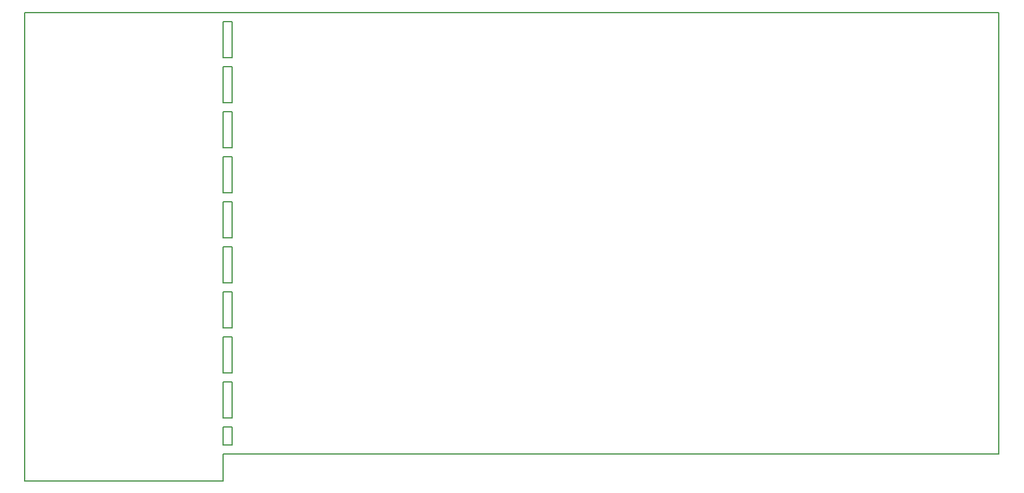
<source format=gbr>
G04 #@! TF.FileFunction,Profile,NP*
%FSLAX46Y46*%
G04 Gerber Fmt 4.6, Leading zero omitted, Abs format (unit mm)*
G04 Created by KiCad (PCBNEW 4.0.7) date 01/06/18 02:03:07*
%MOMM*%
%LPD*%
G01*
G04 APERTURE LIST*
%ADD10C,0.100000*%
%ADD11C,0.150000*%
G04 APERTURE END LIST*
D10*
D11*
X109220000Y-127000000D02*
X109855000Y-127000000D01*
X109220000Y-124460000D02*
X109855000Y-124460000D01*
X109220000Y-123190000D02*
X109855000Y-123190000D01*
X109220000Y-118110000D02*
X109855000Y-118110000D01*
X109220000Y-116840000D02*
X109855000Y-116840000D01*
X109220000Y-111760000D02*
X109855000Y-111760000D01*
X109220000Y-110490000D02*
X109855000Y-110490000D01*
X109220000Y-105410000D02*
X109855000Y-105410000D01*
X109220000Y-104140000D02*
X109855000Y-104140000D01*
X109220000Y-99060000D02*
X109855000Y-99060000D01*
X109220000Y-97790000D02*
X109855000Y-97790000D01*
X109220000Y-92710000D02*
X109855000Y-92710000D01*
X109220000Y-91440000D02*
X109855000Y-91440000D01*
X109220000Y-86360000D02*
X109855000Y-86360000D01*
X109220000Y-85090000D02*
X109855000Y-85090000D01*
X109220000Y-80010000D02*
X109855000Y-80010000D01*
X109220000Y-78740000D02*
X109855000Y-78740000D01*
X109220000Y-73660000D02*
X109855000Y-73660000D01*
X109855000Y-72390000D02*
X109220000Y-72390000D01*
X109220000Y-67310000D02*
X109855000Y-67310000D01*
X108585000Y-124460000D02*
X109220000Y-124460000D01*
X108585000Y-127000000D02*
X108585000Y-124460000D01*
X109220000Y-127000000D02*
X108585000Y-127000000D01*
X109855000Y-124460000D02*
X109855000Y-127000000D01*
X108585000Y-118110000D02*
X109220000Y-118110000D01*
X108585000Y-123190000D02*
X108585000Y-118110000D01*
X109220000Y-123190000D02*
X108585000Y-123190000D01*
X109855000Y-118110000D02*
X109855000Y-123190000D01*
X108585000Y-111760000D02*
X109220000Y-111760000D01*
X108585000Y-116840000D02*
X108585000Y-111760000D01*
X109220000Y-116840000D02*
X108585000Y-116840000D01*
X109855000Y-111760000D02*
X109855000Y-116840000D01*
X108585000Y-105410000D02*
X109220000Y-105410000D01*
X108585000Y-110490000D02*
X108585000Y-105410000D01*
X109220000Y-110490000D02*
X108585000Y-110490000D01*
X109855000Y-105410000D02*
X109855000Y-110490000D01*
X108585000Y-99060000D02*
X109220000Y-99060000D01*
X108585000Y-104140000D02*
X108585000Y-99060000D01*
X109220000Y-104140000D02*
X108585000Y-104140000D01*
X109855000Y-99060000D02*
X109855000Y-104140000D01*
X108585000Y-92710000D02*
X109220000Y-92710000D01*
X108585000Y-97790000D02*
X108585000Y-92710000D01*
X109220000Y-97790000D02*
X108585000Y-97790000D01*
X109855000Y-92710000D02*
X109855000Y-97790000D01*
X108585000Y-86360000D02*
X109220000Y-86360000D01*
X108585000Y-91440000D02*
X108585000Y-86360000D01*
X109220000Y-91440000D02*
X108585000Y-91440000D01*
X109855000Y-86360000D02*
X109855000Y-91440000D01*
X108585000Y-80010000D02*
X109220000Y-80010000D01*
X108585000Y-85090000D02*
X108585000Y-80010000D01*
X109220000Y-85090000D02*
X108585000Y-85090000D01*
X109855000Y-80010000D02*
X109855000Y-85090000D01*
X108585000Y-78740000D02*
X108585000Y-73660000D01*
X109220000Y-78740000D02*
X108585000Y-78740000D01*
X109855000Y-73660000D02*
X109855000Y-78740000D01*
X108585000Y-73660000D02*
X109220000Y-73660000D01*
X108585000Y-72390000D02*
X108585000Y-67310000D01*
X109220000Y-72390000D02*
X108585000Y-72390000D01*
X109855000Y-67310000D02*
X109855000Y-72390000D01*
X108585000Y-67310000D02*
X109220000Y-67310000D01*
X108585000Y-66040000D02*
X109220000Y-66040000D01*
X108585000Y-128270000D02*
X109220000Y-128270000D01*
X108585000Y-132080000D02*
X108585000Y-128270000D01*
X80645000Y-66040000D02*
X80645000Y-132080000D01*
X108585000Y-66040000D02*
X80645000Y-66040000D01*
X80645000Y-132080000D02*
X108585000Y-132080000D01*
X217805000Y-66040000D02*
X109220000Y-66040000D01*
X217805000Y-128270000D02*
X217805000Y-66040000D01*
X109220000Y-128270000D02*
X217805000Y-128270000D01*
M02*

</source>
